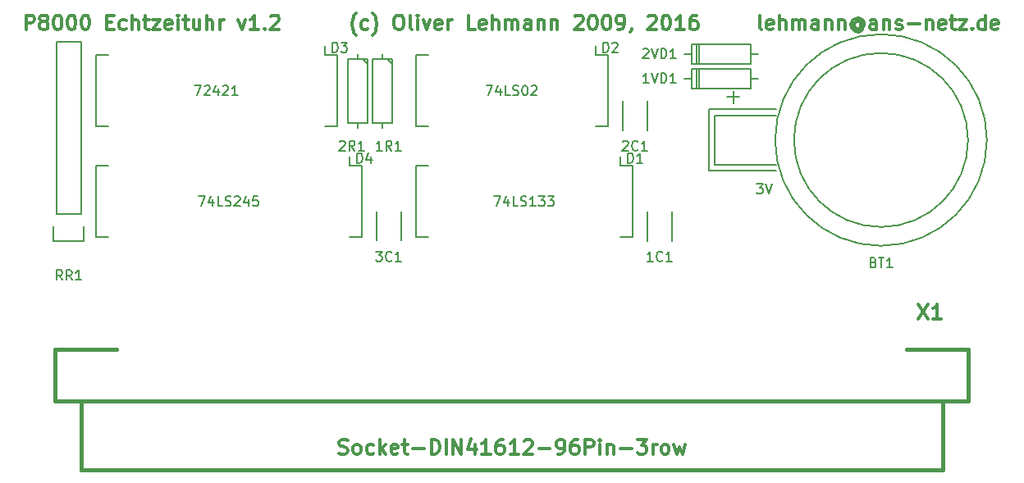
<source format=gbr>
G04 #@! TF.FileFunction,Legend,Top*
%FSLAX46Y46*%
G04 Gerber Fmt 4.6, Leading zero omitted, Abs format (unit mm)*
G04 Created by KiCad (PCBNEW 4.0.1-stable) date 11.07.2016 22:37:14*
%MOMM*%
G01*
G04 APERTURE LIST*
%ADD10C,0.100000*%
%ADD11C,0.300000*%
%ADD12C,0.150000*%
%ADD13C,0.381000*%
%ADD14C,0.304800*%
G04 APERTURE END LIST*
D10*
D11*
X41297147Y-106723571D02*
X41297147Y-105223571D01*
X41868575Y-105223571D01*
X42011433Y-105295000D01*
X42082861Y-105366429D01*
X42154290Y-105509286D01*
X42154290Y-105723571D01*
X42082861Y-105866429D01*
X42011433Y-105937857D01*
X41868575Y-106009286D01*
X41297147Y-106009286D01*
X43011433Y-105866429D02*
X42868575Y-105795000D01*
X42797147Y-105723571D01*
X42725718Y-105580714D01*
X42725718Y-105509286D01*
X42797147Y-105366429D01*
X42868575Y-105295000D01*
X43011433Y-105223571D01*
X43297147Y-105223571D01*
X43440004Y-105295000D01*
X43511433Y-105366429D01*
X43582861Y-105509286D01*
X43582861Y-105580714D01*
X43511433Y-105723571D01*
X43440004Y-105795000D01*
X43297147Y-105866429D01*
X43011433Y-105866429D01*
X42868575Y-105937857D01*
X42797147Y-106009286D01*
X42725718Y-106152143D01*
X42725718Y-106437857D01*
X42797147Y-106580714D01*
X42868575Y-106652143D01*
X43011433Y-106723571D01*
X43297147Y-106723571D01*
X43440004Y-106652143D01*
X43511433Y-106580714D01*
X43582861Y-106437857D01*
X43582861Y-106152143D01*
X43511433Y-106009286D01*
X43440004Y-105937857D01*
X43297147Y-105866429D01*
X44511432Y-105223571D02*
X44654289Y-105223571D01*
X44797146Y-105295000D01*
X44868575Y-105366429D01*
X44940004Y-105509286D01*
X45011432Y-105795000D01*
X45011432Y-106152143D01*
X44940004Y-106437857D01*
X44868575Y-106580714D01*
X44797146Y-106652143D01*
X44654289Y-106723571D01*
X44511432Y-106723571D01*
X44368575Y-106652143D01*
X44297146Y-106580714D01*
X44225718Y-106437857D01*
X44154289Y-106152143D01*
X44154289Y-105795000D01*
X44225718Y-105509286D01*
X44297146Y-105366429D01*
X44368575Y-105295000D01*
X44511432Y-105223571D01*
X45940003Y-105223571D02*
X46082860Y-105223571D01*
X46225717Y-105295000D01*
X46297146Y-105366429D01*
X46368575Y-105509286D01*
X46440003Y-105795000D01*
X46440003Y-106152143D01*
X46368575Y-106437857D01*
X46297146Y-106580714D01*
X46225717Y-106652143D01*
X46082860Y-106723571D01*
X45940003Y-106723571D01*
X45797146Y-106652143D01*
X45725717Y-106580714D01*
X45654289Y-106437857D01*
X45582860Y-106152143D01*
X45582860Y-105795000D01*
X45654289Y-105509286D01*
X45725717Y-105366429D01*
X45797146Y-105295000D01*
X45940003Y-105223571D01*
X47368574Y-105223571D02*
X47511431Y-105223571D01*
X47654288Y-105295000D01*
X47725717Y-105366429D01*
X47797146Y-105509286D01*
X47868574Y-105795000D01*
X47868574Y-106152143D01*
X47797146Y-106437857D01*
X47725717Y-106580714D01*
X47654288Y-106652143D01*
X47511431Y-106723571D01*
X47368574Y-106723571D01*
X47225717Y-106652143D01*
X47154288Y-106580714D01*
X47082860Y-106437857D01*
X47011431Y-106152143D01*
X47011431Y-105795000D01*
X47082860Y-105509286D01*
X47154288Y-105366429D01*
X47225717Y-105295000D01*
X47368574Y-105223571D01*
X49654288Y-105937857D02*
X50154288Y-105937857D01*
X50368574Y-106723571D02*
X49654288Y-106723571D01*
X49654288Y-105223571D01*
X50368574Y-105223571D01*
X51654288Y-106652143D02*
X51511431Y-106723571D01*
X51225717Y-106723571D01*
X51082859Y-106652143D01*
X51011431Y-106580714D01*
X50940002Y-106437857D01*
X50940002Y-106009286D01*
X51011431Y-105866429D01*
X51082859Y-105795000D01*
X51225717Y-105723571D01*
X51511431Y-105723571D01*
X51654288Y-105795000D01*
X52297145Y-106723571D02*
X52297145Y-105223571D01*
X52940002Y-106723571D02*
X52940002Y-105937857D01*
X52868573Y-105795000D01*
X52725716Y-105723571D01*
X52511431Y-105723571D01*
X52368573Y-105795000D01*
X52297145Y-105866429D01*
X53440002Y-105723571D02*
X54011431Y-105723571D01*
X53654288Y-105223571D02*
X53654288Y-106509286D01*
X53725716Y-106652143D01*
X53868574Y-106723571D01*
X54011431Y-106723571D01*
X54368574Y-105723571D02*
X55154288Y-105723571D01*
X54368574Y-106723571D01*
X55154288Y-106723571D01*
X56297145Y-106652143D02*
X56154288Y-106723571D01*
X55868574Y-106723571D01*
X55725717Y-106652143D01*
X55654288Y-106509286D01*
X55654288Y-105937857D01*
X55725717Y-105795000D01*
X55868574Y-105723571D01*
X56154288Y-105723571D01*
X56297145Y-105795000D01*
X56368574Y-105937857D01*
X56368574Y-106080714D01*
X55654288Y-106223571D01*
X57011431Y-106723571D02*
X57011431Y-105723571D01*
X57011431Y-105223571D02*
X56940002Y-105295000D01*
X57011431Y-105366429D01*
X57082859Y-105295000D01*
X57011431Y-105223571D01*
X57011431Y-105366429D01*
X57511431Y-105723571D02*
X58082860Y-105723571D01*
X57725717Y-105223571D02*
X57725717Y-106509286D01*
X57797145Y-106652143D01*
X57940003Y-106723571D01*
X58082860Y-106723571D01*
X59225717Y-105723571D02*
X59225717Y-106723571D01*
X58582860Y-105723571D02*
X58582860Y-106509286D01*
X58654288Y-106652143D01*
X58797146Y-106723571D01*
X59011431Y-106723571D01*
X59154288Y-106652143D01*
X59225717Y-106580714D01*
X59940003Y-106723571D02*
X59940003Y-105223571D01*
X60582860Y-106723571D02*
X60582860Y-105937857D01*
X60511431Y-105795000D01*
X60368574Y-105723571D01*
X60154289Y-105723571D01*
X60011431Y-105795000D01*
X59940003Y-105866429D01*
X61297146Y-106723571D02*
X61297146Y-105723571D01*
X61297146Y-106009286D02*
X61368574Y-105866429D01*
X61440003Y-105795000D01*
X61582860Y-105723571D01*
X61725717Y-105723571D01*
X63225717Y-105723571D02*
X63582860Y-106723571D01*
X63940002Y-105723571D01*
X65297145Y-106723571D02*
X64440002Y-106723571D01*
X64868574Y-106723571D02*
X64868574Y-105223571D01*
X64725717Y-105437857D01*
X64582859Y-105580714D01*
X64440002Y-105652143D01*
X65940002Y-106580714D02*
X66011430Y-106652143D01*
X65940002Y-106723571D01*
X65868573Y-106652143D01*
X65940002Y-106580714D01*
X65940002Y-106723571D01*
X66582859Y-105366429D02*
X66654288Y-105295000D01*
X66797145Y-105223571D01*
X67154288Y-105223571D01*
X67297145Y-105295000D01*
X67368574Y-105366429D01*
X67440002Y-105509286D01*
X67440002Y-105652143D01*
X67368574Y-105866429D01*
X66511431Y-106723571D01*
X67440002Y-106723571D01*
X75368572Y-107295000D02*
X75297144Y-107223571D01*
X75154287Y-107009286D01*
X75082858Y-106866429D01*
X75011429Y-106652143D01*
X74940001Y-106295000D01*
X74940001Y-106009286D01*
X75011429Y-105652143D01*
X75082858Y-105437857D01*
X75154287Y-105295000D01*
X75297144Y-105080714D01*
X75368572Y-105009286D01*
X76582858Y-106652143D02*
X76440001Y-106723571D01*
X76154287Y-106723571D01*
X76011429Y-106652143D01*
X75940001Y-106580714D01*
X75868572Y-106437857D01*
X75868572Y-106009286D01*
X75940001Y-105866429D01*
X76011429Y-105795000D01*
X76154287Y-105723571D01*
X76440001Y-105723571D01*
X76582858Y-105795000D01*
X77082858Y-107295000D02*
X77154286Y-107223571D01*
X77297143Y-107009286D01*
X77368572Y-106866429D01*
X77440001Y-106652143D01*
X77511429Y-106295000D01*
X77511429Y-106009286D01*
X77440001Y-105652143D01*
X77368572Y-105437857D01*
X77297143Y-105295000D01*
X77154286Y-105080714D01*
X77082858Y-105009286D01*
X79654286Y-105223571D02*
X79940000Y-105223571D01*
X80082858Y-105295000D01*
X80225715Y-105437857D01*
X80297143Y-105723571D01*
X80297143Y-106223571D01*
X80225715Y-106509286D01*
X80082858Y-106652143D01*
X79940000Y-106723571D01*
X79654286Y-106723571D01*
X79511429Y-106652143D01*
X79368572Y-106509286D01*
X79297143Y-106223571D01*
X79297143Y-105723571D01*
X79368572Y-105437857D01*
X79511429Y-105295000D01*
X79654286Y-105223571D01*
X81154287Y-106723571D02*
X81011429Y-106652143D01*
X80940001Y-106509286D01*
X80940001Y-105223571D01*
X81725715Y-106723571D02*
X81725715Y-105723571D01*
X81725715Y-105223571D02*
X81654286Y-105295000D01*
X81725715Y-105366429D01*
X81797143Y-105295000D01*
X81725715Y-105223571D01*
X81725715Y-105366429D01*
X82297144Y-105723571D02*
X82654287Y-106723571D01*
X83011429Y-105723571D01*
X84154286Y-106652143D02*
X84011429Y-106723571D01*
X83725715Y-106723571D01*
X83582858Y-106652143D01*
X83511429Y-106509286D01*
X83511429Y-105937857D01*
X83582858Y-105795000D01*
X83725715Y-105723571D01*
X84011429Y-105723571D01*
X84154286Y-105795000D01*
X84225715Y-105937857D01*
X84225715Y-106080714D01*
X83511429Y-106223571D01*
X84868572Y-106723571D02*
X84868572Y-105723571D01*
X84868572Y-106009286D02*
X84940000Y-105866429D01*
X85011429Y-105795000D01*
X85154286Y-105723571D01*
X85297143Y-105723571D01*
X87654286Y-106723571D02*
X86940000Y-106723571D01*
X86940000Y-105223571D01*
X88725714Y-106652143D02*
X88582857Y-106723571D01*
X88297143Y-106723571D01*
X88154286Y-106652143D01*
X88082857Y-106509286D01*
X88082857Y-105937857D01*
X88154286Y-105795000D01*
X88297143Y-105723571D01*
X88582857Y-105723571D01*
X88725714Y-105795000D01*
X88797143Y-105937857D01*
X88797143Y-106080714D01*
X88082857Y-106223571D01*
X89440000Y-106723571D02*
X89440000Y-105223571D01*
X90082857Y-106723571D02*
X90082857Y-105937857D01*
X90011428Y-105795000D01*
X89868571Y-105723571D01*
X89654286Y-105723571D01*
X89511428Y-105795000D01*
X89440000Y-105866429D01*
X90797143Y-106723571D02*
X90797143Y-105723571D01*
X90797143Y-105866429D02*
X90868571Y-105795000D01*
X91011429Y-105723571D01*
X91225714Y-105723571D01*
X91368571Y-105795000D01*
X91440000Y-105937857D01*
X91440000Y-106723571D01*
X91440000Y-105937857D02*
X91511429Y-105795000D01*
X91654286Y-105723571D01*
X91868571Y-105723571D01*
X92011429Y-105795000D01*
X92082857Y-105937857D01*
X92082857Y-106723571D01*
X93440000Y-106723571D02*
X93440000Y-105937857D01*
X93368571Y-105795000D01*
X93225714Y-105723571D01*
X92940000Y-105723571D01*
X92797143Y-105795000D01*
X93440000Y-106652143D02*
X93297143Y-106723571D01*
X92940000Y-106723571D01*
X92797143Y-106652143D01*
X92725714Y-106509286D01*
X92725714Y-106366429D01*
X92797143Y-106223571D01*
X92940000Y-106152143D01*
X93297143Y-106152143D01*
X93440000Y-106080714D01*
X94154286Y-105723571D02*
X94154286Y-106723571D01*
X94154286Y-105866429D02*
X94225714Y-105795000D01*
X94368572Y-105723571D01*
X94582857Y-105723571D01*
X94725714Y-105795000D01*
X94797143Y-105937857D01*
X94797143Y-106723571D01*
X95511429Y-105723571D02*
X95511429Y-106723571D01*
X95511429Y-105866429D02*
X95582857Y-105795000D01*
X95725715Y-105723571D01*
X95940000Y-105723571D01*
X96082857Y-105795000D01*
X96154286Y-105937857D01*
X96154286Y-106723571D01*
X97940000Y-105366429D02*
X98011429Y-105295000D01*
X98154286Y-105223571D01*
X98511429Y-105223571D01*
X98654286Y-105295000D01*
X98725715Y-105366429D01*
X98797143Y-105509286D01*
X98797143Y-105652143D01*
X98725715Y-105866429D01*
X97868572Y-106723571D01*
X98797143Y-106723571D01*
X99725714Y-105223571D02*
X99868571Y-105223571D01*
X100011428Y-105295000D01*
X100082857Y-105366429D01*
X100154286Y-105509286D01*
X100225714Y-105795000D01*
X100225714Y-106152143D01*
X100154286Y-106437857D01*
X100082857Y-106580714D01*
X100011428Y-106652143D01*
X99868571Y-106723571D01*
X99725714Y-106723571D01*
X99582857Y-106652143D01*
X99511428Y-106580714D01*
X99440000Y-106437857D01*
X99368571Y-106152143D01*
X99368571Y-105795000D01*
X99440000Y-105509286D01*
X99511428Y-105366429D01*
X99582857Y-105295000D01*
X99725714Y-105223571D01*
X101154285Y-105223571D02*
X101297142Y-105223571D01*
X101439999Y-105295000D01*
X101511428Y-105366429D01*
X101582857Y-105509286D01*
X101654285Y-105795000D01*
X101654285Y-106152143D01*
X101582857Y-106437857D01*
X101511428Y-106580714D01*
X101439999Y-106652143D01*
X101297142Y-106723571D01*
X101154285Y-106723571D01*
X101011428Y-106652143D01*
X100939999Y-106580714D01*
X100868571Y-106437857D01*
X100797142Y-106152143D01*
X100797142Y-105795000D01*
X100868571Y-105509286D01*
X100939999Y-105366429D01*
X101011428Y-105295000D01*
X101154285Y-105223571D01*
X102368570Y-106723571D02*
X102654285Y-106723571D01*
X102797142Y-106652143D01*
X102868570Y-106580714D01*
X103011428Y-106366429D01*
X103082856Y-106080714D01*
X103082856Y-105509286D01*
X103011428Y-105366429D01*
X102939999Y-105295000D01*
X102797142Y-105223571D01*
X102511428Y-105223571D01*
X102368570Y-105295000D01*
X102297142Y-105366429D01*
X102225713Y-105509286D01*
X102225713Y-105866429D01*
X102297142Y-106009286D01*
X102368570Y-106080714D01*
X102511428Y-106152143D01*
X102797142Y-106152143D01*
X102939999Y-106080714D01*
X103011428Y-106009286D01*
X103082856Y-105866429D01*
X103797141Y-106652143D02*
X103797141Y-106723571D01*
X103725713Y-106866429D01*
X103654284Y-106937857D01*
X105511427Y-105366429D02*
X105582856Y-105295000D01*
X105725713Y-105223571D01*
X106082856Y-105223571D01*
X106225713Y-105295000D01*
X106297142Y-105366429D01*
X106368570Y-105509286D01*
X106368570Y-105652143D01*
X106297142Y-105866429D01*
X105439999Y-106723571D01*
X106368570Y-106723571D01*
X107297141Y-105223571D02*
X107439998Y-105223571D01*
X107582855Y-105295000D01*
X107654284Y-105366429D01*
X107725713Y-105509286D01*
X107797141Y-105795000D01*
X107797141Y-106152143D01*
X107725713Y-106437857D01*
X107654284Y-106580714D01*
X107582855Y-106652143D01*
X107439998Y-106723571D01*
X107297141Y-106723571D01*
X107154284Y-106652143D01*
X107082855Y-106580714D01*
X107011427Y-106437857D01*
X106939998Y-106152143D01*
X106939998Y-105795000D01*
X107011427Y-105509286D01*
X107082855Y-105366429D01*
X107154284Y-105295000D01*
X107297141Y-105223571D01*
X109225712Y-106723571D02*
X108368569Y-106723571D01*
X108797141Y-106723571D02*
X108797141Y-105223571D01*
X108654284Y-105437857D01*
X108511426Y-105580714D01*
X108368569Y-105652143D01*
X110511426Y-105223571D02*
X110225712Y-105223571D01*
X110082855Y-105295000D01*
X110011426Y-105366429D01*
X109868569Y-105580714D01*
X109797140Y-105866429D01*
X109797140Y-106437857D01*
X109868569Y-106580714D01*
X109939997Y-106652143D01*
X110082855Y-106723571D01*
X110368569Y-106723571D01*
X110511426Y-106652143D01*
X110582855Y-106580714D01*
X110654283Y-106437857D01*
X110654283Y-106080714D01*
X110582855Y-105937857D01*
X110511426Y-105866429D01*
X110368569Y-105795000D01*
X110082855Y-105795000D01*
X109939997Y-105866429D01*
X109868569Y-105937857D01*
X109797140Y-106080714D01*
X117225711Y-106723571D02*
X117082853Y-106652143D01*
X117011425Y-106509286D01*
X117011425Y-105223571D01*
X118368567Y-106652143D02*
X118225710Y-106723571D01*
X117939996Y-106723571D01*
X117797139Y-106652143D01*
X117725710Y-106509286D01*
X117725710Y-105937857D01*
X117797139Y-105795000D01*
X117939996Y-105723571D01*
X118225710Y-105723571D01*
X118368567Y-105795000D01*
X118439996Y-105937857D01*
X118439996Y-106080714D01*
X117725710Y-106223571D01*
X119082853Y-106723571D02*
X119082853Y-105223571D01*
X119725710Y-106723571D02*
X119725710Y-105937857D01*
X119654281Y-105795000D01*
X119511424Y-105723571D01*
X119297139Y-105723571D01*
X119154281Y-105795000D01*
X119082853Y-105866429D01*
X120439996Y-106723571D02*
X120439996Y-105723571D01*
X120439996Y-105866429D02*
X120511424Y-105795000D01*
X120654282Y-105723571D01*
X120868567Y-105723571D01*
X121011424Y-105795000D01*
X121082853Y-105937857D01*
X121082853Y-106723571D01*
X121082853Y-105937857D02*
X121154282Y-105795000D01*
X121297139Y-105723571D01*
X121511424Y-105723571D01*
X121654282Y-105795000D01*
X121725710Y-105937857D01*
X121725710Y-106723571D01*
X123082853Y-106723571D02*
X123082853Y-105937857D01*
X123011424Y-105795000D01*
X122868567Y-105723571D01*
X122582853Y-105723571D01*
X122439996Y-105795000D01*
X123082853Y-106652143D02*
X122939996Y-106723571D01*
X122582853Y-106723571D01*
X122439996Y-106652143D01*
X122368567Y-106509286D01*
X122368567Y-106366429D01*
X122439996Y-106223571D01*
X122582853Y-106152143D01*
X122939996Y-106152143D01*
X123082853Y-106080714D01*
X123797139Y-105723571D02*
X123797139Y-106723571D01*
X123797139Y-105866429D02*
X123868567Y-105795000D01*
X124011425Y-105723571D01*
X124225710Y-105723571D01*
X124368567Y-105795000D01*
X124439996Y-105937857D01*
X124439996Y-106723571D01*
X125154282Y-105723571D02*
X125154282Y-106723571D01*
X125154282Y-105866429D02*
X125225710Y-105795000D01*
X125368568Y-105723571D01*
X125582853Y-105723571D01*
X125725710Y-105795000D01*
X125797139Y-105937857D01*
X125797139Y-106723571D01*
X127439996Y-106009286D02*
X127368568Y-105937857D01*
X127225711Y-105866429D01*
X127082853Y-105866429D01*
X126939996Y-105937857D01*
X126868568Y-106009286D01*
X126797139Y-106152143D01*
X126797139Y-106295000D01*
X126868568Y-106437857D01*
X126939996Y-106509286D01*
X127082853Y-106580714D01*
X127225711Y-106580714D01*
X127368568Y-106509286D01*
X127439996Y-106437857D01*
X127439996Y-105866429D02*
X127439996Y-106437857D01*
X127511425Y-106509286D01*
X127582853Y-106509286D01*
X127725711Y-106437857D01*
X127797139Y-106295000D01*
X127797139Y-105937857D01*
X127654282Y-105723571D01*
X127439996Y-105580714D01*
X127154282Y-105509286D01*
X126868568Y-105580714D01*
X126654282Y-105723571D01*
X126511425Y-105937857D01*
X126439996Y-106223571D01*
X126511425Y-106509286D01*
X126654282Y-106723571D01*
X126868568Y-106866429D01*
X127154282Y-106937857D01*
X127439996Y-106866429D01*
X127654282Y-106723571D01*
X129082853Y-106723571D02*
X129082853Y-105937857D01*
X129011424Y-105795000D01*
X128868567Y-105723571D01*
X128582853Y-105723571D01*
X128439996Y-105795000D01*
X129082853Y-106652143D02*
X128939996Y-106723571D01*
X128582853Y-106723571D01*
X128439996Y-106652143D01*
X128368567Y-106509286D01*
X128368567Y-106366429D01*
X128439996Y-106223571D01*
X128582853Y-106152143D01*
X128939996Y-106152143D01*
X129082853Y-106080714D01*
X129797139Y-105723571D02*
X129797139Y-106723571D01*
X129797139Y-105866429D02*
X129868567Y-105795000D01*
X130011425Y-105723571D01*
X130225710Y-105723571D01*
X130368567Y-105795000D01*
X130439996Y-105937857D01*
X130439996Y-106723571D01*
X131082853Y-106652143D02*
X131225710Y-106723571D01*
X131511425Y-106723571D01*
X131654282Y-106652143D01*
X131725710Y-106509286D01*
X131725710Y-106437857D01*
X131654282Y-106295000D01*
X131511425Y-106223571D01*
X131297139Y-106223571D01*
X131154282Y-106152143D01*
X131082853Y-106009286D01*
X131082853Y-105937857D01*
X131154282Y-105795000D01*
X131297139Y-105723571D01*
X131511425Y-105723571D01*
X131654282Y-105795000D01*
X132368568Y-106152143D02*
X133511425Y-106152143D01*
X134225711Y-105723571D02*
X134225711Y-106723571D01*
X134225711Y-105866429D02*
X134297139Y-105795000D01*
X134439997Y-105723571D01*
X134654282Y-105723571D01*
X134797139Y-105795000D01*
X134868568Y-105937857D01*
X134868568Y-106723571D01*
X136154282Y-106652143D02*
X136011425Y-106723571D01*
X135725711Y-106723571D01*
X135582854Y-106652143D01*
X135511425Y-106509286D01*
X135511425Y-105937857D01*
X135582854Y-105795000D01*
X135725711Y-105723571D01*
X136011425Y-105723571D01*
X136154282Y-105795000D01*
X136225711Y-105937857D01*
X136225711Y-106080714D01*
X135511425Y-106223571D01*
X136654282Y-105723571D02*
X137225711Y-105723571D01*
X136868568Y-105223571D02*
X136868568Y-106509286D01*
X136939996Y-106652143D01*
X137082854Y-106723571D01*
X137225711Y-106723571D01*
X137582854Y-105723571D02*
X138368568Y-105723571D01*
X137582854Y-106723571D01*
X138368568Y-106723571D01*
X138939997Y-106580714D02*
X139011425Y-106652143D01*
X138939997Y-106723571D01*
X138868568Y-106652143D01*
X138939997Y-106580714D01*
X138939997Y-106723571D01*
X140297140Y-106723571D02*
X140297140Y-105223571D01*
X140297140Y-106652143D02*
X140154283Y-106723571D01*
X139868569Y-106723571D01*
X139725711Y-106652143D01*
X139654283Y-106580714D01*
X139582854Y-106437857D01*
X139582854Y-106009286D01*
X139654283Y-105866429D01*
X139725711Y-105795000D01*
X139868569Y-105723571D01*
X140154283Y-105723571D01*
X140297140Y-105795000D01*
X141582854Y-106652143D02*
X141439997Y-106723571D01*
X141154283Y-106723571D01*
X141011426Y-106652143D01*
X140939997Y-106509286D01*
X140939997Y-105937857D01*
X141011426Y-105795000D01*
X141154283Y-105723571D01*
X141439997Y-105723571D01*
X141582854Y-105795000D01*
X141654283Y-105937857D01*
X141654283Y-106080714D01*
X140939997Y-106223571D01*
D12*
X101355000Y-109355000D02*
X100085000Y-109355000D01*
X101355000Y-116705000D02*
X100085000Y-116705000D01*
X81525000Y-116705000D02*
X82795000Y-116705000D01*
X81525000Y-109355000D02*
X82795000Y-109355000D01*
X101355000Y-109355000D02*
X101355000Y-116705000D01*
X81525000Y-109355000D02*
X81525000Y-116705000D01*
X100085000Y-109355000D02*
X100085000Y-108420000D01*
D13*
X135890000Y-145034000D02*
X135890000Y-152146000D01*
X135890000Y-152146000D02*
X46990000Y-152146000D01*
X46990000Y-152146000D02*
X46990000Y-145034000D01*
X138557000Y-139700000D02*
X132207000Y-139700000D01*
X138557000Y-139700000D02*
X138557000Y-145034000D01*
X138557000Y-145034000D02*
X44323000Y-145034000D01*
X44323000Y-145034000D02*
X44323000Y-139700000D01*
X44323000Y-139700000D02*
X50673000Y-139700000D01*
D12*
X105430000Y-128520000D02*
X105430000Y-125520000D01*
X107930000Y-125520000D02*
X107930000Y-128520000D01*
X109220000Y-111760000D02*
X109982000Y-111760000D01*
X109982000Y-111760000D02*
X109982000Y-112776000D01*
X109982000Y-112776000D02*
X116078000Y-112776000D01*
X116078000Y-112776000D02*
X116078000Y-111760000D01*
X116078000Y-111760000D02*
X116840000Y-111760000D01*
X116078000Y-111760000D02*
X116078000Y-110744000D01*
X116078000Y-110744000D02*
X109982000Y-110744000D01*
X109982000Y-110744000D02*
X109982000Y-111760000D01*
X110490000Y-112776000D02*
X110490000Y-110744000D01*
X110744000Y-110744000D02*
X110744000Y-112776000D01*
X102890000Y-117090000D02*
X102890000Y-114090000D01*
X105390000Y-114090000D02*
X105390000Y-117090000D01*
X109220000Y-109220000D02*
X109982000Y-109220000D01*
X109982000Y-109220000D02*
X109982000Y-110236000D01*
X109982000Y-110236000D02*
X116078000Y-110236000D01*
X116078000Y-110236000D02*
X116078000Y-109220000D01*
X116078000Y-109220000D02*
X116840000Y-109220000D01*
X116078000Y-109220000D02*
X116078000Y-108204000D01*
X116078000Y-108204000D02*
X109982000Y-108204000D01*
X109982000Y-108204000D02*
X109982000Y-109220000D01*
X110490000Y-110236000D02*
X110490000Y-108204000D01*
X110744000Y-108204000D02*
X110744000Y-110236000D01*
X79990000Y-125480000D02*
X79990000Y-128480000D01*
X77490000Y-128480000D02*
X77490000Y-125480000D01*
X103895000Y-120785000D02*
X102625000Y-120785000D01*
X103895000Y-128135000D02*
X102625000Y-128135000D01*
X81525000Y-128135000D02*
X82795000Y-128135000D01*
X81525000Y-120785000D02*
X82795000Y-120785000D01*
X103895000Y-120785000D02*
X103895000Y-128135000D01*
X81525000Y-120785000D02*
X81525000Y-128135000D01*
X102625000Y-120785000D02*
X102625000Y-119850000D01*
X73415000Y-109355000D02*
X72145000Y-109355000D01*
X73415000Y-116705000D02*
X72145000Y-116705000D01*
X48505000Y-116705000D02*
X49775000Y-116705000D01*
X48505000Y-109355000D02*
X49775000Y-109355000D01*
X73415000Y-109355000D02*
X73415000Y-116705000D01*
X48505000Y-109355000D02*
X48505000Y-116705000D01*
X72145000Y-109355000D02*
X72145000Y-108420000D01*
X75955000Y-120785000D02*
X74685000Y-120785000D01*
X75955000Y-128135000D02*
X74685000Y-128135000D01*
X48505000Y-128135000D02*
X49775000Y-128135000D01*
X48505000Y-120785000D02*
X49775000Y-120785000D01*
X75955000Y-120785000D02*
X75955000Y-128135000D01*
X48505000Y-120785000D02*
X48505000Y-128135000D01*
X74685000Y-120785000D02*
X74685000Y-119850000D01*
X78105000Y-109220000D02*
X78105000Y-109728000D01*
X78105000Y-116840000D02*
X78105000Y-116332000D01*
X78105000Y-116332000D02*
X79121000Y-116332000D01*
X79121000Y-116332000D02*
X79121000Y-109728000D01*
X79121000Y-109728000D02*
X77089000Y-109728000D01*
X77089000Y-109728000D02*
X77089000Y-116332000D01*
X77089000Y-116332000D02*
X78105000Y-116332000D01*
X78613000Y-109728000D02*
X79121000Y-110236000D01*
X75565000Y-109220000D02*
X75565000Y-109728000D01*
X75565000Y-116840000D02*
X75565000Y-116332000D01*
X75565000Y-116332000D02*
X76581000Y-116332000D01*
X76581000Y-116332000D02*
X76581000Y-109728000D01*
X76581000Y-109728000D02*
X74549000Y-109728000D01*
X74549000Y-109728000D02*
X74549000Y-116332000D01*
X74549000Y-116332000D02*
X75565000Y-116332000D01*
X76073000Y-109728000D02*
X76581000Y-110236000D01*
X114300000Y-114300000D02*
X114300000Y-113030000D01*
X114935000Y-113665000D02*
X113665000Y-113665000D01*
X118745000Y-120650000D02*
X112395000Y-120650000D01*
X112395000Y-120650000D02*
X112395000Y-115570000D01*
X112395000Y-115570000D02*
X118745000Y-115570000D01*
X112395000Y-121285000D02*
X111760000Y-121285000D01*
X111760000Y-121285000D02*
X111760000Y-114935000D01*
X111760000Y-114935000D02*
X112395000Y-114935000D01*
X113665000Y-121285000D02*
X112395000Y-121285000D01*
X112395000Y-114935000D02*
X118745000Y-114935000D01*
X118745000Y-121285000D02*
X113665000Y-121285000D01*
X138520256Y-118110000D02*
G75*
G03X138520256Y-118110000I-8980256J0D01*
G01*
X140464953Y-118110000D02*
G75*
G03X140464953Y-118110000I-10924953J0D01*
G01*
X44450000Y-125730000D02*
X44450000Y-107950000D01*
X44450000Y-107950000D02*
X46990000Y-107950000D01*
X46990000Y-107950000D02*
X46990000Y-125730000D01*
X44170000Y-128550000D02*
X44170000Y-127000000D01*
X44450000Y-125730000D02*
X46990000Y-125730000D01*
X47270000Y-127000000D02*
X47270000Y-128550000D01*
X47270000Y-128550000D02*
X44170000Y-128550000D01*
X100861905Y-109037381D02*
X100861905Y-108037381D01*
X101100000Y-108037381D01*
X101242858Y-108085000D01*
X101338096Y-108180238D01*
X101385715Y-108275476D01*
X101433334Y-108465952D01*
X101433334Y-108608810D01*
X101385715Y-108799286D01*
X101338096Y-108894524D01*
X101242858Y-108989762D01*
X101100000Y-109037381D01*
X100861905Y-109037381D01*
X101814286Y-108132619D02*
X101861905Y-108085000D01*
X101957143Y-108037381D01*
X102195239Y-108037381D01*
X102290477Y-108085000D01*
X102338096Y-108132619D01*
X102385715Y-108227857D01*
X102385715Y-108323095D01*
X102338096Y-108465952D01*
X101766667Y-109037381D01*
X102385715Y-109037381D01*
X88797143Y-112482381D02*
X89463810Y-112482381D01*
X89035238Y-113482381D01*
X90273334Y-112815714D02*
X90273334Y-113482381D01*
X90035238Y-112434762D02*
X89797143Y-113149048D01*
X90416191Y-113149048D01*
X91273334Y-113482381D02*
X90797143Y-113482381D01*
X90797143Y-112482381D01*
X91559048Y-113434762D02*
X91701905Y-113482381D01*
X91940001Y-113482381D01*
X92035239Y-113434762D01*
X92082858Y-113387143D01*
X92130477Y-113291905D01*
X92130477Y-113196667D01*
X92082858Y-113101429D01*
X92035239Y-113053810D01*
X91940001Y-113006190D01*
X91749524Y-112958571D01*
X91654286Y-112910952D01*
X91606667Y-112863333D01*
X91559048Y-112768095D01*
X91559048Y-112672857D01*
X91606667Y-112577619D01*
X91654286Y-112530000D01*
X91749524Y-112482381D01*
X91987620Y-112482381D01*
X92130477Y-112530000D01*
X92749524Y-112482381D02*
X92844763Y-112482381D01*
X92940001Y-112530000D01*
X92987620Y-112577619D01*
X93035239Y-112672857D01*
X93082858Y-112863333D01*
X93082858Y-113101429D01*
X93035239Y-113291905D01*
X92987620Y-113387143D01*
X92940001Y-113434762D01*
X92844763Y-113482381D01*
X92749524Y-113482381D01*
X92654286Y-113434762D01*
X92606667Y-113387143D01*
X92559048Y-113291905D01*
X92511429Y-113101429D01*
X92511429Y-112863333D01*
X92559048Y-112672857D01*
X92606667Y-112577619D01*
X92654286Y-112530000D01*
X92749524Y-112482381D01*
X93463810Y-112577619D02*
X93511429Y-112530000D01*
X93606667Y-112482381D01*
X93844763Y-112482381D01*
X93940001Y-112530000D01*
X93987620Y-112577619D01*
X94035239Y-112672857D01*
X94035239Y-112768095D01*
X93987620Y-112910952D01*
X93416191Y-113482381D01*
X94035239Y-113482381D01*
D14*
X133386285Y-135055429D02*
X134402285Y-136579429D01*
X134402285Y-135055429D02*
X133386285Y-136579429D01*
X135781143Y-136579429D02*
X134910286Y-136579429D01*
X135345714Y-136579429D02*
X135345714Y-135055429D01*
X135200571Y-135273143D01*
X135055429Y-135418286D01*
X134910286Y-135490857D01*
X73623714Y-150476857D02*
X73841428Y-150549429D01*
X74204285Y-150549429D01*
X74349428Y-150476857D01*
X74421999Y-150404286D01*
X74494571Y-150259143D01*
X74494571Y-150114000D01*
X74421999Y-149968857D01*
X74349428Y-149896286D01*
X74204285Y-149823714D01*
X73913999Y-149751143D01*
X73768857Y-149678571D01*
X73696285Y-149606000D01*
X73623714Y-149460857D01*
X73623714Y-149315714D01*
X73696285Y-149170571D01*
X73768857Y-149098000D01*
X73913999Y-149025429D01*
X74276857Y-149025429D01*
X74494571Y-149098000D01*
X75365428Y-150549429D02*
X75220286Y-150476857D01*
X75147714Y-150404286D01*
X75075143Y-150259143D01*
X75075143Y-149823714D01*
X75147714Y-149678571D01*
X75220286Y-149606000D01*
X75365428Y-149533429D01*
X75583143Y-149533429D01*
X75728286Y-149606000D01*
X75800857Y-149678571D01*
X75873428Y-149823714D01*
X75873428Y-150259143D01*
X75800857Y-150404286D01*
X75728286Y-150476857D01*
X75583143Y-150549429D01*
X75365428Y-150549429D01*
X77179714Y-150476857D02*
X77034571Y-150549429D01*
X76744285Y-150549429D01*
X76599143Y-150476857D01*
X76526571Y-150404286D01*
X76454000Y-150259143D01*
X76454000Y-149823714D01*
X76526571Y-149678571D01*
X76599143Y-149606000D01*
X76744285Y-149533429D01*
X77034571Y-149533429D01*
X77179714Y-149606000D01*
X77832857Y-150549429D02*
X77832857Y-149025429D01*
X77978000Y-149968857D02*
X78413429Y-150549429D01*
X78413429Y-149533429D02*
X77832857Y-150114000D01*
X79647143Y-150476857D02*
X79502000Y-150549429D01*
X79211714Y-150549429D01*
X79066571Y-150476857D01*
X78994000Y-150331714D01*
X78994000Y-149751143D01*
X79066571Y-149606000D01*
X79211714Y-149533429D01*
X79502000Y-149533429D01*
X79647143Y-149606000D01*
X79719714Y-149751143D01*
X79719714Y-149896286D01*
X78994000Y-150041429D01*
X80155143Y-149533429D02*
X80735714Y-149533429D01*
X80372857Y-149025429D02*
X80372857Y-150331714D01*
X80445429Y-150476857D01*
X80590571Y-150549429D01*
X80735714Y-150549429D01*
X81243714Y-149968857D02*
X82404857Y-149968857D01*
X83130571Y-150549429D02*
X83130571Y-149025429D01*
X83493428Y-149025429D01*
X83711143Y-149098000D01*
X83856285Y-149243143D01*
X83928857Y-149388286D01*
X84001428Y-149678571D01*
X84001428Y-149896286D01*
X83928857Y-150186571D01*
X83856285Y-150331714D01*
X83711143Y-150476857D01*
X83493428Y-150549429D01*
X83130571Y-150549429D01*
X84654571Y-150549429D02*
X84654571Y-149025429D01*
X85380285Y-150549429D02*
X85380285Y-149025429D01*
X86251142Y-150549429D01*
X86251142Y-149025429D01*
X87629999Y-149533429D02*
X87629999Y-150549429D01*
X87267142Y-148952857D02*
X86904285Y-150041429D01*
X87847713Y-150041429D01*
X89226571Y-150549429D02*
X88355714Y-150549429D01*
X88791142Y-150549429D02*
X88791142Y-149025429D01*
X88645999Y-149243143D01*
X88500857Y-149388286D01*
X88355714Y-149460857D01*
X90532857Y-149025429D02*
X90242571Y-149025429D01*
X90097428Y-149098000D01*
X90024857Y-149170571D01*
X89879714Y-149388286D01*
X89807143Y-149678571D01*
X89807143Y-150259143D01*
X89879714Y-150404286D01*
X89952286Y-150476857D01*
X90097428Y-150549429D01*
X90387714Y-150549429D01*
X90532857Y-150476857D01*
X90605428Y-150404286D01*
X90678000Y-150259143D01*
X90678000Y-149896286D01*
X90605428Y-149751143D01*
X90532857Y-149678571D01*
X90387714Y-149606000D01*
X90097428Y-149606000D01*
X89952286Y-149678571D01*
X89879714Y-149751143D01*
X89807143Y-149896286D01*
X92129429Y-150549429D02*
X91258572Y-150549429D01*
X91694000Y-150549429D02*
X91694000Y-149025429D01*
X91548857Y-149243143D01*
X91403715Y-149388286D01*
X91258572Y-149460857D01*
X92710001Y-149170571D02*
X92782572Y-149098000D01*
X92927715Y-149025429D01*
X93290572Y-149025429D01*
X93435715Y-149098000D01*
X93508286Y-149170571D01*
X93580858Y-149315714D01*
X93580858Y-149460857D01*
X93508286Y-149678571D01*
X92637429Y-150549429D01*
X93580858Y-150549429D01*
X94234001Y-149968857D02*
X95395144Y-149968857D01*
X96193430Y-150549429D02*
X96483715Y-150549429D01*
X96628858Y-150476857D01*
X96701430Y-150404286D01*
X96846572Y-150186571D01*
X96919144Y-149896286D01*
X96919144Y-149315714D01*
X96846572Y-149170571D01*
X96774001Y-149098000D01*
X96628858Y-149025429D01*
X96338572Y-149025429D01*
X96193430Y-149098000D01*
X96120858Y-149170571D01*
X96048287Y-149315714D01*
X96048287Y-149678571D01*
X96120858Y-149823714D01*
X96193430Y-149896286D01*
X96338572Y-149968857D01*
X96628858Y-149968857D01*
X96774001Y-149896286D01*
X96846572Y-149823714D01*
X96919144Y-149678571D01*
X98225430Y-149025429D02*
X97935144Y-149025429D01*
X97790001Y-149098000D01*
X97717430Y-149170571D01*
X97572287Y-149388286D01*
X97499716Y-149678571D01*
X97499716Y-150259143D01*
X97572287Y-150404286D01*
X97644859Y-150476857D01*
X97790001Y-150549429D01*
X98080287Y-150549429D01*
X98225430Y-150476857D01*
X98298001Y-150404286D01*
X98370573Y-150259143D01*
X98370573Y-149896286D01*
X98298001Y-149751143D01*
X98225430Y-149678571D01*
X98080287Y-149606000D01*
X97790001Y-149606000D01*
X97644859Y-149678571D01*
X97572287Y-149751143D01*
X97499716Y-149896286D01*
X99023716Y-150549429D02*
X99023716Y-149025429D01*
X99604288Y-149025429D01*
X99749430Y-149098000D01*
X99822002Y-149170571D01*
X99894573Y-149315714D01*
X99894573Y-149533429D01*
X99822002Y-149678571D01*
X99749430Y-149751143D01*
X99604288Y-149823714D01*
X99023716Y-149823714D01*
X100547716Y-150549429D02*
X100547716Y-149533429D01*
X100547716Y-149025429D02*
X100475145Y-149098000D01*
X100547716Y-149170571D01*
X100620288Y-149098000D01*
X100547716Y-149025429D01*
X100547716Y-149170571D01*
X101273430Y-149533429D02*
X101273430Y-150549429D01*
X101273430Y-149678571D02*
X101346002Y-149606000D01*
X101491144Y-149533429D01*
X101708859Y-149533429D01*
X101854002Y-149606000D01*
X101926573Y-149751143D01*
X101926573Y-150549429D01*
X102652287Y-149968857D02*
X103813430Y-149968857D01*
X104394001Y-149025429D02*
X105337430Y-149025429D01*
X104829430Y-149606000D01*
X105047144Y-149606000D01*
X105192287Y-149678571D01*
X105264858Y-149751143D01*
X105337430Y-149896286D01*
X105337430Y-150259143D01*
X105264858Y-150404286D01*
X105192287Y-150476857D01*
X105047144Y-150549429D01*
X104611716Y-150549429D01*
X104466573Y-150476857D01*
X104394001Y-150404286D01*
X105990573Y-150549429D02*
X105990573Y-149533429D01*
X105990573Y-149823714D02*
X106063145Y-149678571D01*
X106135716Y-149606000D01*
X106280859Y-149533429D01*
X106426002Y-149533429D01*
X107151716Y-150549429D02*
X107006574Y-150476857D01*
X106934002Y-150404286D01*
X106861431Y-150259143D01*
X106861431Y-149823714D01*
X106934002Y-149678571D01*
X107006574Y-149606000D01*
X107151716Y-149533429D01*
X107369431Y-149533429D01*
X107514574Y-149606000D01*
X107587145Y-149678571D01*
X107659716Y-149823714D01*
X107659716Y-150259143D01*
X107587145Y-150404286D01*
X107514574Y-150476857D01*
X107369431Y-150549429D01*
X107151716Y-150549429D01*
X108167716Y-149533429D02*
X108458002Y-150549429D01*
X108748288Y-149823714D01*
X109038573Y-150549429D01*
X109328859Y-149533429D01*
D12*
X105989524Y-130627381D02*
X105418095Y-130627381D01*
X105703809Y-130627381D02*
X105703809Y-129627381D01*
X105608571Y-129770238D01*
X105513333Y-129865476D01*
X105418095Y-129913095D01*
X106989524Y-130532143D02*
X106941905Y-130579762D01*
X106799048Y-130627381D01*
X106703810Y-130627381D01*
X106560952Y-130579762D01*
X106465714Y-130484524D01*
X106418095Y-130389286D01*
X106370476Y-130198810D01*
X106370476Y-130055952D01*
X106418095Y-129865476D01*
X106465714Y-129770238D01*
X106560952Y-129675000D01*
X106703810Y-129627381D01*
X106799048Y-129627381D01*
X106941905Y-129675000D01*
X106989524Y-129722619D01*
X107941905Y-130627381D02*
X107370476Y-130627381D01*
X107656190Y-130627381D02*
X107656190Y-129627381D01*
X107560952Y-129770238D01*
X107465714Y-129865476D01*
X107370476Y-129913095D01*
X105560953Y-112212381D02*
X104989524Y-112212381D01*
X105275238Y-112212381D02*
X105275238Y-111212381D01*
X105180000Y-111355238D01*
X105084762Y-111450476D01*
X104989524Y-111498095D01*
X105846667Y-111212381D02*
X106180000Y-112212381D01*
X106513334Y-111212381D01*
X106846667Y-112212381D02*
X106846667Y-111212381D01*
X107084762Y-111212381D01*
X107227620Y-111260000D01*
X107322858Y-111355238D01*
X107370477Y-111450476D01*
X107418096Y-111640952D01*
X107418096Y-111783810D01*
X107370477Y-111974286D01*
X107322858Y-112069524D01*
X107227620Y-112164762D01*
X107084762Y-112212381D01*
X106846667Y-112212381D01*
X108370477Y-112212381D02*
X107799048Y-112212381D01*
X108084762Y-112212381D02*
X108084762Y-111212381D01*
X107989524Y-111355238D01*
X107894286Y-111450476D01*
X107799048Y-111498095D01*
X102878095Y-118292619D02*
X102925714Y-118245000D01*
X103020952Y-118197381D01*
X103259048Y-118197381D01*
X103354286Y-118245000D01*
X103401905Y-118292619D01*
X103449524Y-118387857D01*
X103449524Y-118483095D01*
X103401905Y-118625952D01*
X102830476Y-119197381D01*
X103449524Y-119197381D01*
X104449524Y-119102143D02*
X104401905Y-119149762D01*
X104259048Y-119197381D01*
X104163810Y-119197381D01*
X104020952Y-119149762D01*
X103925714Y-119054524D01*
X103878095Y-118959286D01*
X103830476Y-118768810D01*
X103830476Y-118625952D01*
X103878095Y-118435476D01*
X103925714Y-118340238D01*
X104020952Y-118245000D01*
X104163810Y-118197381D01*
X104259048Y-118197381D01*
X104401905Y-118245000D01*
X104449524Y-118292619D01*
X105401905Y-119197381D02*
X104830476Y-119197381D01*
X105116190Y-119197381D02*
X105116190Y-118197381D01*
X105020952Y-118340238D01*
X104925714Y-118435476D01*
X104830476Y-118483095D01*
X104989524Y-108767619D02*
X105037143Y-108720000D01*
X105132381Y-108672381D01*
X105370477Y-108672381D01*
X105465715Y-108720000D01*
X105513334Y-108767619D01*
X105560953Y-108862857D01*
X105560953Y-108958095D01*
X105513334Y-109100952D01*
X104941905Y-109672381D01*
X105560953Y-109672381D01*
X105846667Y-108672381D02*
X106180000Y-109672381D01*
X106513334Y-108672381D01*
X106846667Y-109672381D02*
X106846667Y-108672381D01*
X107084762Y-108672381D01*
X107227620Y-108720000D01*
X107322858Y-108815238D01*
X107370477Y-108910476D01*
X107418096Y-109100952D01*
X107418096Y-109243810D01*
X107370477Y-109434286D01*
X107322858Y-109529524D01*
X107227620Y-109624762D01*
X107084762Y-109672381D01*
X106846667Y-109672381D01*
X108370477Y-109672381D02*
X107799048Y-109672381D01*
X108084762Y-109672381D02*
X108084762Y-108672381D01*
X107989524Y-108815238D01*
X107894286Y-108910476D01*
X107799048Y-108958095D01*
X77430476Y-129627381D02*
X78049524Y-129627381D01*
X77716190Y-130008333D01*
X77859048Y-130008333D01*
X77954286Y-130055952D01*
X78001905Y-130103571D01*
X78049524Y-130198810D01*
X78049524Y-130436905D01*
X78001905Y-130532143D01*
X77954286Y-130579762D01*
X77859048Y-130627381D01*
X77573333Y-130627381D01*
X77478095Y-130579762D01*
X77430476Y-130532143D01*
X79049524Y-130532143D02*
X79001905Y-130579762D01*
X78859048Y-130627381D01*
X78763810Y-130627381D01*
X78620952Y-130579762D01*
X78525714Y-130484524D01*
X78478095Y-130389286D01*
X78430476Y-130198810D01*
X78430476Y-130055952D01*
X78478095Y-129865476D01*
X78525714Y-129770238D01*
X78620952Y-129675000D01*
X78763810Y-129627381D01*
X78859048Y-129627381D01*
X79001905Y-129675000D01*
X79049524Y-129722619D01*
X80001905Y-130627381D02*
X79430476Y-130627381D01*
X79716190Y-130627381D02*
X79716190Y-129627381D01*
X79620952Y-129770238D01*
X79525714Y-129865476D01*
X79430476Y-129913095D01*
X103401905Y-120467381D02*
X103401905Y-119467381D01*
X103640000Y-119467381D01*
X103782858Y-119515000D01*
X103878096Y-119610238D01*
X103925715Y-119705476D01*
X103973334Y-119895952D01*
X103973334Y-120038810D01*
X103925715Y-120229286D01*
X103878096Y-120324524D01*
X103782858Y-120419762D01*
X103640000Y-120467381D01*
X103401905Y-120467381D01*
X104925715Y-120467381D02*
X104354286Y-120467381D01*
X104640000Y-120467381D02*
X104640000Y-119467381D01*
X104544762Y-119610238D01*
X104449524Y-119705476D01*
X104354286Y-119753095D01*
X89590952Y-123912381D02*
X90257619Y-123912381D01*
X89829047Y-124912381D01*
X91067143Y-124245714D02*
X91067143Y-124912381D01*
X90829047Y-123864762D02*
X90590952Y-124579048D01*
X91210000Y-124579048D01*
X92067143Y-124912381D02*
X91590952Y-124912381D01*
X91590952Y-123912381D01*
X92352857Y-124864762D02*
X92495714Y-124912381D01*
X92733810Y-124912381D01*
X92829048Y-124864762D01*
X92876667Y-124817143D01*
X92924286Y-124721905D01*
X92924286Y-124626667D01*
X92876667Y-124531429D01*
X92829048Y-124483810D01*
X92733810Y-124436190D01*
X92543333Y-124388571D01*
X92448095Y-124340952D01*
X92400476Y-124293333D01*
X92352857Y-124198095D01*
X92352857Y-124102857D01*
X92400476Y-124007619D01*
X92448095Y-123960000D01*
X92543333Y-123912381D01*
X92781429Y-123912381D01*
X92924286Y-123960000D01*
X93876667Y-124912381D02*
X93305238Y-124912381D01*
X93590952Y-124912381D02*
X93590952Y-123912381D01*
X93495714Y-124055238D01*
X93400476Y-124150476D01*
X93305238Y-124198095D01*
X94210000Y-123912381D02*
X94829048Y-123912381D01*
X94495714Y-124293333D01*
X94638572Y-124293333D01*
X94733810Y-124340952D01*
X94781429Y-124388571D01*
X94829048Y-124483810D01*
X94829048Y-124721905D01*
X94781429Y-124817143D01*
X94733810Y-124864762D01*
X94638572Y-124912381D01*
X94352857Y-124912381D01*
X94257619Y-124864762D01*
X94210000Y-124817143D01*
X95162381Y-123912381D02*
X95781429Y-123912381D01*
X95448095Y-124293333D01*
X95590953Y-124293333D01*
X95686191Y-124340952D01*
X95733810Y-124388571D01*
X95781429Y-124483810D01*
X95781429Y-124721905D01*
X95733810Y-124817143D01*
X95686191Y-124864762D01*
X95590953Y-124912381D01*
X95305238Y-124912381D01*
X95210000Y-124864762D01*
X95162381Y-124817143D01*
X72921905Y-109037381D02*
X72921905Y-108037381D01*
X73160000Y-108037381D01*
X73302858Y-108085000D01*
X73398096Y-108180238D01*
X73445715Y-108275476D01*
X73493334Y-108465952D01*
X73493334Y-108608810D01*
X73445715Y-108799286D01*
X73398096Y-108894524D01*
X73302858Y-108989762D01*
X73160000Y-109037381D01*
X72921905Y-109037381D01*
X73826667Y-108037381D02*
X74445715Y-108037381D01*
X74112381Y-108418333D01*
X74255239Y-108418333D01*
X74350477Y-108465952D01*
X74398096Y-108513571D01*
X74445715Y-108608810D01*
X74445715Y-108846905D01*
X74398096Y-108942143D01*
X74350477Y-108989762D01*
X74255239Y-109037381D01*
X73969524Y-109037381D01*
X73874286Y-108989762D01*
X73826667Y-108942143D01*
X58721905Y-112482381D02*
X59388572Y-112482381D01*
X58960000Y-113482381D01*
X59721905Y-112577619D02*
X59769524Y-112530000D01*
X59864762Y-112482381D01*
X60102858Y-112482381D01*
X60198096Y-112530000D01*
X60245715Y-112577619D01*
X60293334Y-112672857D01*
X60293334Y-112768095D01*
X60245715Y-112910952D01*
X59674286Y-113482381D01*
X60293334Y-113482381D01*
X61150477Y-112815714D02*
X61150477Y-113482381D01*
X60912381Y-112434762D02*
X60674286Y-113149048D01*
X61293334Y-113149048D01*
X61626667Y-112577619D02*
X61674286Y-112530000D01*
X61769524Y-112482381D01*
X62007620Y-112482381D01*
X62102858Y-112530000D01*
X62150477Y-112577619D01*
X62198096Y-112672857D01*
X62198096Y-112768095D01*
X62150477Y-112910952D01*
X61579048Y-113482381D01*
X62198096Y-113482381D01*
X63150477Y-113482381D02*
X62579048Y-113482381D01*
X62864762Y-113482381D02*
X62864762Y-112482381D01*
X62769524Y-112625238D01*
X62674286Y-112720476D01*
X62579048Y-112768095D01*
X75461905Y-120467381D02*
X75461905Y-119467381D01*
X75700000Y-119467381D01*
X75842858Y-119515000D01*
X75938096Y-119610238D01*
X75985715Y-119705476D01*
X76033334Y-119895952D01*
X76033334Y-120038810D01*
X75985715Y-120229286D01*
X75938096Y-120324524D01*
X75842858Y-120419762D01*
X75700000Y-120467381D01*
X75461905Y-120467381D01*
X76890477Y-119800714D02*
X76890477Y-120467381D01*
X76652381Y-119419762D02*
X76414286Y-120134048D01*
X77033334Y-120134048D01*
X59110952Y-123912381D02*
X59777619Y-123912381D01*
X59349047Y-124912381D01*
X60587143Y-124245714D02*
X60587143Y-124912381D01*
X60349047Y-123864762D02*
X60110952Y-124579048D01*
X60730000Y-124579048D01*
X61587143Y-124912381D02*
X61110952Y-124912381D01*
X61110952Y-123912381D01*
X61872857Y-124864762D02*
X62015714Y-124912381D01*
X62253810Y-124912381D01*
X62349048Y-124864762D01*
X62396667Y-124817143D01*
X62444286Y-124721905D01*
X62444286Y-124626667D01*
X62396667Y-124531429D01*
X62349048Y-124483810D01*
X62253810Y-124436190D01*
X62063333Y-124388571D01*
X61968095Y-124340952D01*
X61920476Y-124293333D01*
X61872857Y-124198095D01*
X61872857Y-124102857D01*
X61920476Y-124007619D01*
X61968095Y-123960000D01*
X62063333Y-123912381D01*
X62301429Y-123912381D01*
X62444286Y-123960000D01*
X62825238Y-124007619D02*
X62872857Y-123960000D01*
X62968095Y-123912381D01*
X63206191Y-123912381D01*
X63301429Y-123960000D01*
X63349048Y-124007619D01*
X63396667Y-124102857D01*
X63396667Y-124198095D01*
X63349048Y-124340952D01*
X62777619Y-124912381D01*
X63396667Y-124912381D01*
X64253810Y-124245714D02*
X64253810Y-124912381D01*
X64015714Y-123864762D02*
X63777619Y-124579048D01*
X64396667Y-124579048D01*
X65253810Y-123912381D02*
X64777619Y-123912381D01*
X64730000Y-124388571D01*
X64777619Y-124340952D01*
X64872857Y-124293333D01*
X65110953Y-124293333D01*
X65206191Y-124340952D01*
X65253810Y-124388571D01*
X65301429Y-124483810D01*
X65301429Y-124721905D01*
X65253810Y-124817143D01*
X65206191Y-124864762D01*
X65110953Y-124912381D01*
X64872857Y-124912381D01*
X64777619Y-124864762D01*
X64730000Y-124817143D01*
X78049524Y-119197381D02*
X77478095Y-119197381D01*
X77763809Y-119197381D02*
X77763809Y-118197381D01*
X77668571Y-118340238D01*
X77573333Y-118435476D01*
X77478095Y-118483095D01*
X79049524Y-119197381D02*
X78716190Y-118721190D01*
X78478095Y-119197381D02*
X78478095Y-118197381D01*
X78859048Y-118197381D01*
X78954286Y-118245000D01*
X79001905Y-118292619D01*
X79049524Y-118387857D01*
X79049524Y-118530714D01*
X79001905Y-118625952D01*
X78954286Y-118673571D01*
X78859048Y-118721190D01*
X78478095Y-118721190D01*
X80001905Y-119197381D02*
X79430476Y-119197381D01*
X79716190Y-119197381D02*
X79716190Y-118197381D01*
X79620952Y-118340238D01*
X79525714Y-118435476D01*
X79430476Y-118483095D01*
X73668095Y-118292619D02*
X73715714Y-118245000D01*
X73810952Y-118197381D01*
X74049048Y-118197381D01*
X74144286Y-118245000D01*
X74191905Y-118292619D01*
X74239524Y-118387857D01*
X74239524Y-118483095D01*
X74191905Y-118625952D01*
X73620476Y-119197381D01*
X74239524Y-119197381D01*
X75239524Y-119197381D02*
X74906190Y-118721190D01*
X74668095Y-119197381D02*
X74668095Y-118197381D01*
X75049048Y-118197381D01*
X75144286Y-118245000D01*
X75191905Y-118292619D01*
X75239524Y-118387857D01*
X75239524Y-118530714D01*
X75191905Y-118625952D01*
X75144286Y-118673571D01*
X75049048Y-118721190D01*
X74668095Y-118721190D01*
X76191905Y-119197381D02*
X75620476Y-119197381D01*
X75906190Y-119197381D02*
X75906190Y-118197381D01*
X75810952Y-118340238D01*
X75715714Y-118435476D01*
X75620476Y-118483095D01*
X128754286Y-130738571D02*
X128897143Y-130786190D01*
X128944762Y-130833810D01*
X128992381Y-130929048D01*
X128992381Y-131071905D01*
X128944762Y-131167143D01*
X128897143Y-131214762D01*
X128801905Y-131262381D01*
X128420952Y-131262381D01*
X128420952Y-130262381D01*
X128754286Y-130262381D01*
X128849524Y-130310000D01*
X128897143Y-130357619D01*
X128944762Y-130452857D01*
X128944762Y-130548095D01*
X128897143Y-130643333D01*
X128849524Y-130690952D01*
X128754286Y-130738571D01*
X128420952Y-130738571D01*
X129278095Y-130262381D02*
X129849524Y-130262381D01*
X129563809Y-131262381D02*
X129563809Y-130262381D01*
X130706667Y-131262381D02*
X130135238Y-131262381D01*
X130420952Y-131262381D02*
X130420952Y-130262381D01*
X130325714Y-130405238D01*
X130230476Y-130500476D01*
X130135238Y-130548095D01*
X116713095Y-122642381D02*
X117332143Y-122642381D01*
X116998809Y-123023333D01*
X117141667Y-123023333D01*
X117236905Y-123070952D01*
X117284524Y-123118571D01*
X117332143Y-123213810D01*
X117332143Y-123451905D01*
X117284524Y-123547143D01*
X117236905Y-123594762D01*
X117141667Y-123642381D01*
X116855952Y-123642381D01*
X116760714Y-123594762D01*
X116713095Y-123547143D01*
X117617857Y-122642381D02*
X117951190Y-123642381D01*
X118284524Y-122642381D01*
X45053334Y-132552381D02*
X44720000Y-132076190D01*
X44481905Y-132552381D02*
X44481905Y-131552381D01*
X44862858Y-131552381D01*
X44958096Y-131600000D01*
X45005715Y-131647619D01*
X45053334Y-131742857D01*
X45053334Y-131885714D01*
X45005715Y-131980952D01*
X44958096Y-132028571D01*
X44862858Y-132076190D01*
X44481905Y-132076190D01*
X46053334Y-132552381D02*
X45720000Y-132076190D01*
X45481905Y-132552381D02*
X45481905Y-131552381D01*
X45862858Y-131552381D01*
X45958096Y-131600000D01*
X46005715Y-131647619D01*
X46053334Y-131742857D01*
X46053334Y-131885714D01*
X46005715Y-131980952D01*
X45958096Y-132028571D01*
X45862858Y-132076190D01*
X45481905Y-132076190D01*
X47005715Y-132552381D02*
X46434286Y-132552381D01*
X46720000Y-132552381D02*
X46720000Y-131552381D01*
X46624762Y-131695238D01*
X46529524Y-131790476D01*
X46434286Y-131838095D01*
M02*

</source>
